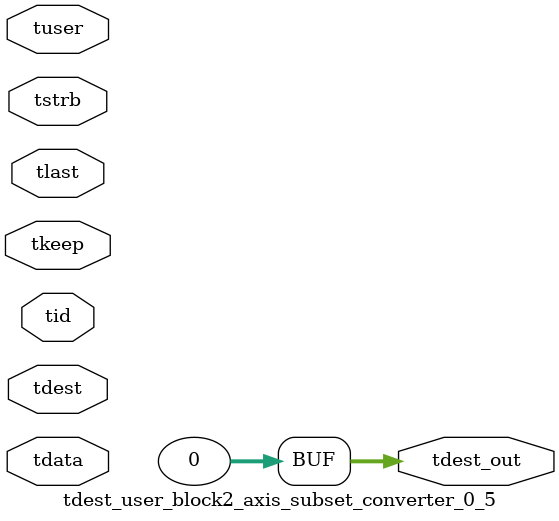
<source format=v>


`timescale 1ps/1ps

module tdest_user_block2_axis_subset_converter_0_5 #
(
parameter C_S_AXIS_TDATA_WIDTH = 32,
parameter C_S_AXIS_TUSER_WIDTH = 0,
parameter C_S_AXIS_TID_WIDTH   = 0,
parameter C_S_AXIS_TDEST_WIDTH = 0,
parameter C_M_AXIS_TDEST_WIDTH = 32
)
(
input  [(C_S_AXIS_TDATA_WIDTH == 0 ? 1 : C_S_AXIS_TDATA_WIDTH)-1:0     ] tdata,
input  [(C_S_AXIS_TUSER_WIDTH == 0 ? 1 : C_S_AXIS_TUSER_WIDTH)-1:0     ] tuser,
input  [(C_S_AXIS_TID_WIDTH   == 0 ? 1 : C_S_AXIS_TID_WIDTH)-1:0       ] tid,
input  [(C_S_AXIS_TDEST_WIDTH == 0 ? 1 : C_S_AXIS_TDEST_WIDTH)-1:0     ] tdest,
input  [(C_S_AXIS_TDATA_WIDTH/8)-1:0 ] tkeep,
input  [(C_S_AXIS_TDATA_WIDTH/8)-1:0 ] tstrb,
input                                                                    tlast,
output [C_M_AXIS_TDEST_WIDTH-1:0] tdest_out
);

assign tdest_out = {1'b0};

endmodule


</source>
